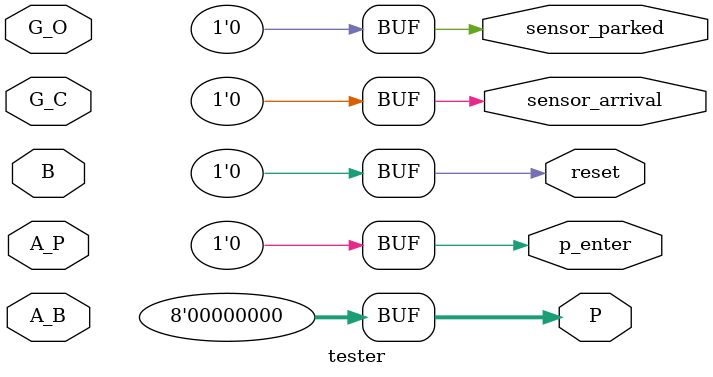
<source format=v>

/*
    Archivo: tester.v
    Autor: Oscar Porras Silesky C16042
    Fecha: 13 de Abril de 2024

    Descripción: Tester para el sistema de control de acceso de una compuerta de estacionamiento.
*/


module tester(

    input wire G_O,
    input wire G_C,
    input wire B,
    input wire A_B,
    input wire A_P,

    output reg [7:0] P,
    output reg reset,
    output reg sensor_arrival,
    output reg sensor_parked,
    output reg p_enter
);

    localparam rightPass = 8'b00101010; // Contraseña correcta según carnet C16042
    localparam wrongPass = 8'b01111111; // Contraseña incorrecta de ejemplo
    localparam wrongPass2 = 8'b11110111; // Contraseña incorrecta de ejemplo
    localparam wrongPass3 = 8'b11011111; // Contraseña incorrecta de ejemplo

    // Inicializa las señales de prueba
    initial begin
        // Inicializa todas las señales
        P = 0;
        reset = 1; // Activa el reset al comienzo para inicializar el sistema en un estado conocido
        sensor_arrival = 0;
        sensor_parked = 0;
        p_enter = 0;

        #10 reset = 0; // Desactiva el reset después de un tiempo para permitir que el sistema comience a funcionar

        // Prueba #1: Funcionamiento normal básico
        #10 sensor_arrival = 1; // Simula la llegada de un vehículo
        #10 P = rightPass; // Envía la contraseña correcta
        #5 p_enter = 1; // Pulso corto para 'enter'
        #5 p_enter = 0; // Fin del pulso
        #10 sensor_arrival = 0; // Simula que el vehículo ya no está llegando
        #10 sensor_parked = 1; // Simula el estacionamiento del vehículo
        #80;// Fin de la primera prueba

        // Prueba #2: Ingreso de pin incorrecto menos de 3 veces
        P = 0; // Inicializa la contraseña con un valor no válido
        #20 sensor_parked = 0; // Simula que el vehículo ya no está estacionado
        #100
        #20 sensor_arrival = 1; // Otro vehículo llega
        #10 P = wrongPass; // Intento incorrecto #1
        #5 p_enter = 1; // Pulso corto para 'enter'
        #5 p_enter = 0; // Fin del pulso
        #10 P = wrongPass2; // Intento incorrecto #2
        #5 p_enter = 1; // Pulso corto para 'enter'
        #5 p_enter = 0; // Fin del pulso
        #10 P = rightPass; // Ahora la contraseña correcta
        #5 p_enter = 1; // Pulso corto para 'enter'
        #5 p_enter = 0; // Fin del pulso
        #10 sensor_arrival = 0;
        #10 sensor_parked = 1; // Simula el estacionamiento del vehículo
        #80;// Fin de la segunda prueba


        // Prueba #3: Ingreso de pin incorrecto 3 o más veces
        P = 0; // Inicializa la contraseña con un valor no válido
        #20 sensor_parked = 0; // Simula que el vehículo ya no está estacionado
        #100
        #20 sensor_arrival = 1; // Otro vehículo llega
        #10 P = wrongPass; // Intento incorrecto #1
        #5 p_enter = 1; // Pulso corto para 'enter'
        #5 p_enter = 0; // Fin del pulso

        #10 P = wrongPass; // Intento incorrecto #2
        #5 p_enter = 1; // Pulso corto para 'enter'
        #5 p_enter = 0; // Fin del pulso

        #10 P = wrongPass; // Intento incorrecto #3, debería activar alarma
        #5 p_enter = 1; // Pulso corto para 'enter'
        #5 p_enter = 0; // Fin del pulso

        #30
        #10 P = rightPass; // Contraseña correcta, resetea la alarma
        #5 p_enter = 1; // Pulso corto para 'enter'
        #5 p_enter = 0; // Fin del pulso

        #10 sensor_arrival = 0;
        #10 sensor_parked = 1; // Simula el estacionamiento del vehículo
        #120;// Fin de la tercera prueba

        

        // Prueba #4: Alarma de bloqueo
        sensor_parked = 0; // apagado para siguiente prueba
        P = 0; // Inicializa la contraseña con un valor no válido
        #100

        #20 sensor_arrival = 1; // Otro vehículo llega
        #10 sensor_parked = 1; // Ambos sensores activos, debería causar bloqueo
        #10 P = wrongPass; // Contraseña incorrecta, el bloqueo permanece
        #5 p_enter = 1; // Pulso corto para 'enter'
        #5 p_enter = 0; // Fin del pulso
        #10 P = rightPass; // Contraseña correcta, debería desbloquear el sistema
        #5 p_enter = 1; // Pulso corto para 'enter'
        #5 p_enter = 0; // Fin del pulso
        #10 sensor_arrival = 0;

        #80 sensor_parked = 0; // Simula que el vehículo ya no está estacionado

        

        #5 P = 0;
        #10 sensor_arrival = 1; // Simula la llegada de un vehículo
        #10 P = rightPass; // Envía la contraseña correcta
        #5 p_enter = 1; // Pulso corto para 'enter'
        #5 p_enter = 0; // Fin del pulso
        #10 sensor_arrival = 0; // Simula que el vehículo ya no está llegando
        #10 sensor_parked = 1; // Simula el estacionamiento del vehículo
        #10 reset = 1;
        #10 reset = 0;
        P = 0;
        #40 sensor_parked = 0;
        
        #80;// Fin de la cuarta prueba
    end


endmodule

</source>
